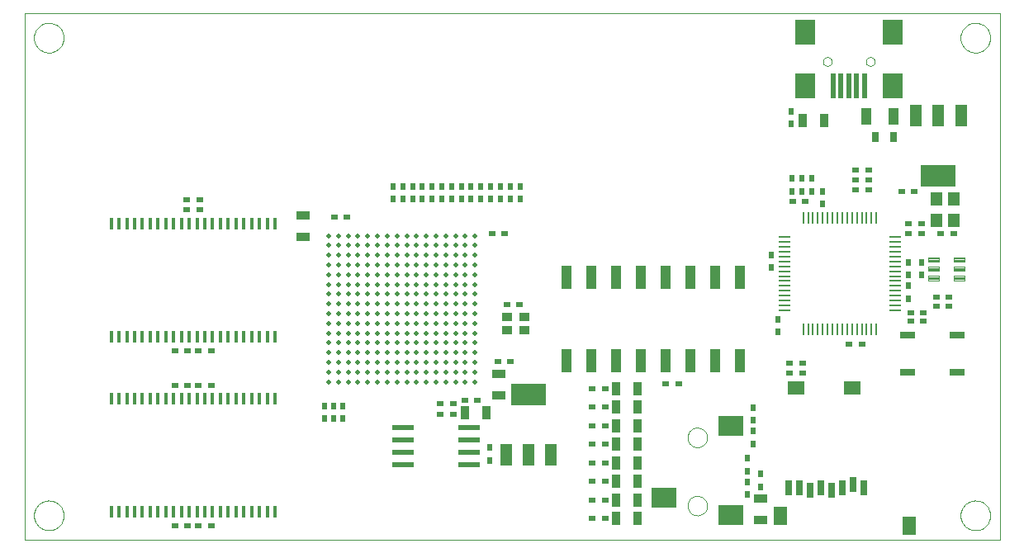
<source format=gtp>
G75*
G70*
%OFA0B0*%
%FSLAX24Y24*%
%IPPOS*%
%LPD*%
%AMOC8*
5,1,8,0,0,1.08239X$1,22.5*
%
%ADD10C,0.0000*%
%ADD11R,0.0870X0.0240*%
%ADD12R,0.0106X0.0472*%
%ADD13R,0.0472X0.0106*%
%ADD14R,0.0276X0.0236*%
%ADD15R,0.0236X0.0276*%
%ADD16R,0.0197X0.0984*%
%ADD17R,0.0787X0.0984*%
%ADD18R,0.0472X0.0551*%
%ADD19C,0.0043*%
%ADD20R,0.0709X0.0551*%
%ADD21R,0.0551X0.0748*%
%ADD22R,0.0315X0.0591*%
%ADD23R,0.0354X0.0551*%
%ADD24R,0.0433X0.0354*%
%ADD25R,0.0551X0.0354*%
%ADD26R,0.0157X0.0512*%
%ADD27C,0.0197*%
%ADD28R,0.0480X0.0880*%
%ADD29R,0.1417X0.0866*%
%ADD30R,0.0315X0.0394*%
%ADD31R,0.0600X0.0300*%
%ADD32R,0.0984X0.0787*%
%ADD33R,0.0445X0.0961*%
%ADD34R,0.0394X0.0709*%
D10*
X000150Y001988D02*
X000150Y023248D01*
X039520Y023248D01*
X039520Y001988D01*
X000150Y001988D01*
X000534Y002973D02*
X000536Y003022D01*
X000542Y003070D01*
X000552Y003118D01*
X000566Y003165D01*
X000583Y003211D01*
X000604Y003255D01*
X000629Y003297D01*
X000657Y003337D01*
X000689Y003375D01*
X000723Y003410D01*
X000760Y003442D01*
X000799Y003471D01*
X000841Y003497D01*
X000885Y003519D01*
X000930Y003537D01*
X000977Y003552D01*
X001024Y003563D01*
X001073Y003570D01*
X001122Y003573D01*
X001171Y003572D01*
X001219Y003567D01*
X001268Y003558D01*
X001315Y003545D01*
X001361Y003528D01*
X001405Y003508D01*
X001448Y003484D01*
X001489Y003457D01*
X001527Y003426D01*
X001563Y003393D01*
X001595Y003357D01*
X001625Y003318D01*
X001652Y003277D01*
X001675Y003233D01*
X001694Y003188D01*
X001710Y003142D01*
X001722Y003095D01*
X001730Y003046D01*
X001734Y002997D01*
X001734Y002949D01*
X001730Y002900D01*
X001722Y002851D01*
X001710Y002804D01*
X001694Y002758D01*
X001675Y002713D01*
X001652Y002669D01*
X001625Y002628D01*
X001595Y002589D01*
X001563Y002553D01*
X001527Y002520D01*
X001489Y002489D01*
X001448Y002462D01*
X001405Y002438D01*
X001361Y002418D01*
X001315Y002401D01*
X001268Y002388D01*
X001219Y002379D01*
X001171Y002374D01*
X001122Y002373D01*
X001073Y002376D01*
X001024Y002383D01*
X000977Y002394D01*
X000930Y002409D01*
X000885Y002427D01*
X000841Y002449D01*
X000799Y002475D01*
X000760Y002504D01*
X000723Y002536D01*
X000689Y002571D01*
X000657Y002609D01*
X000629Y002649D01*
X000604Y002691D01*
X000583Y002735D01*
X000566Y002781D01*
X000552Y002828D01*
X000542Y002876D01*
X000536Y002924D01*
X000534Y002973D01*
X026921Y003366D02*
X026923Y003405D01*
X026929Y003444D01*
X026939Y003482D01*
X026952Y003519D01*
X026969Y003554D01*
X026989Y003588D01*
X027013Y003619D01*
X027040Y003648D01*
X027069Y003674D01*
X027101Y003697D01*
X027135Y003717D01*
X027171Y003733D01*
X027208Y003745D01*
X027247Y003754D01*
X027286Y003759D01*
X027325Y003760D01*
X027364Y003757D01*
X027403Y003750D01*
X027440Y003739D01*
X027477Y003725D01*
X027512Y003707D01*
X027545Y003686D01*
X027576Y003661D01*
X027604Y003634D01*
X027629Y003604D01*
X027651Y003571D01*
X027670Y003537D01*
X027685Y003501D01*
X027697Y003463D01*
X027705Y003425D01*
X027709Y003386D01*
X027709Y003346D01*
X027705Y003307D01*
X027697Y003269D01*
X027685Y003231D01*
X027670Y003195D01*
X027651Y003161D01*
X027629Y003128D01*
X027604Y003098D01*
X027576Y003071D01*
X027545Y003046D01*
X027512Y003025D01*
X027477Y003007D01*
X027440Y002993D01*
X027403Y002982D01*
X027364Y002975D01*
X027325Y002972D01*
X027286Y002973D01*
X027247Y002978D01*
X027208Y002987D01*
X027171Y002999D01*
X027135Y003015D01*
X027101Y003035D01*
X027069Y003058D01*
X027040Y003084D01*
X027013Y003113D01*
X026989Y003144D01*
X026969Y003178D01*
X026952Y003213D01*
X026939Y003250D01*
X026929Y003288D01*
X026923Y003327D01*
X026921Y003366D01*
X026921Y006122D02*
X026923Y006161D01*
X026929Y006200D01*
X026939Y006238D01*
X026952Y006275D01*
X026969Y006310D01*
X026989Y006344D01*
X027013Y006375D01*
X027040Y006404D01*
X027069Y006430D01*
X027101Y006453D01*
X027135Y006473D01*
X027171Y006489D01*
X027208Y006501D01*
X027247Y006510D01*
X027286Y006515D01*
X027325Y006516D01*
X027364Y006513D01*
X027403Y006506D01*
X027440Y006495D01*
X027477Y006481D01*
X027512Y006463D01*
X027545Y006442D01*
X027576Y006417D01*
X027604Y006390D01*
X027629Y006360D01*
X027651Y006327D01*
X027670Y006293D01*
X027685Y006257D01*
X027697Y006219D01*
X027705Y006181D01*
X027709Y006142D01*
X027709Y006102D01*
X027705Y006063D01*
X027697Y006025D01*
X027685Y005987D01*
X027670Y005951D01*
X027651Y005917D01*
X027629Y005884D01*
X027604Y005854D01*
X027576Y005827D01*
X027545Y005802D01*
X027512Y005781D01*
X027477Y005763D01*
X027440Y005749D01*
X027403Y005738D01*
X027364Y005731D01*
X027325Y005728D01*
X027286Y005729D01*
X027247Y005734D01*
X027208Y005743D01*
X027171Y005755D01*
X027135Y005771D01*
X027101Y005791D01*
X027069Y005814D01*
X027040Y005840D01*
X027013Y005869D01*
X026989Y005900D01*
X026969Y005934D01*
X026952Y005969D01*
X026939Y006006D01*
X026929Y006044D01*
X026923Y006083D01*
X026921Y006122D01*
X037936Y002973D02*
X037938Y003022D01*
X037944Y003070D01*
X037954Y003118D01*
X037968Y003165D01*
X037985Y003211D01*
X038006Y003255D01*
X038031Y003297D01*
X038059Y003337D01*
X038091Y003375D01*
X038125Y003410D01*
X038162Y003442D01*
X038201Y003471D01*
X038243Y003497D01*
X038287Y003519D01*
X038332Y003537D01*
X038379Y003552D01*
X038426Y003563D01*
X038475Y003570D01*
X038524Y003573D01*
X038573Y003572D01*
X038621Y003567D01*
X038670Y003558D01*
X038717Y003545D01*
X038763Y003528D01*
X038807Y003508D01*
X038850Y003484D01*
X038891Y003457D01*
X038929Y003426D01*
X038965Y003393D01*
X038997Y003357D01*
X039027Y003318D01*
X039054Y003277D01*
X039077Y003233D01*
X039096Y003188D01*
X039112Y003142D01*
X039124Y003095D01*
X039132Y003046D01*
X039136Y002997D01*
X039136Y002949D01*
X039132Y002900D01*
X039124Y002851D01*
X039112Y002804D01*
X039096Y002758D01*
X039077Y002713D01*
X039054Y002669D01*
X039027Y002628D01*
X038997Y002589D01*
X038965Y002553D01*
X038929Y002520D01*
X038891Y002489D01*
X038850Y002462D01*
X038807Y002438D01*
X038763Y002418D01*
X038717Y002401D01*
X038670Y002388D01*
X038621Y002379D01*
X038573Y002374D01*
X038524Y002373D01*
X038475Y002376D01*
X038426Y002383D01*
X038379Y002394D01*
X038332Y002409D01*
X038287Y002427D01*
X038243Y002449D01*
X038201Y002475D01*
X038162Y002504D01*
X038125Y002536D01*
X038091Y002571D01*
X038059Y002609D01*
X038031Y002649D01*
X038006Y002691D01*
X037985Y002735D01*
X037968Y002781D01*
X037954Y002828D01*
X037944Y002876D01*
X037938Y002924D01*
X037936Y002973D01*
X034117Y021305D02*
X034119Y021331D01*
X034125Y021357D01*
X034135Y021382D01*
X034148Y021405D01*
X034164Y021425D01*
X034184Y021443D01*
X034206Y021458D01*
X034229Y021470D01*
X034255Y021478D01*
X034281Y021482D01*
X034307Y021482D01*
X034333Y021478D01*
X034359Y021470D01*
X034383Y021458D01*
X034404Y021443D01*
X034424Y021425D01*
X034440Y021405D01*
X034453Y021382D01*
X034463Y021357D01*
X034469Y021331D01*
X034471Y021305D01*
X034469Y021279D01*
X034463Y021253D01*
X034453Y021228D01*
X034440Y021205D01*
X034424Y021185D01*
X034404Y021167D01*
X034382Y021152D01*
X034359Y021140D01*
X034333Y021132D01*
X034307Y021128D01*
X034281Y021128D01*
X034255Y021132D01*
X034229Y021140D01*
X034205Y021152D01*
X034184Y021167D01*
X034164Y021185D01*
X034148Y021205D01*
X034135Y021228D01*
X034125Y021253D01*
X034119Y021279D01*
X034117Y021305D01*
X032384Y021305D02*
X032386Y021331D01*
X032392Y021357D01*
X032402Y021382D01*
X032415Y021405D01*
X032431Y021425D01*
X032451Y021443D01*
X032473Y021458D01*
X032496Y021470D01*
X032522Y021478D01*
X032548Y021482D01*
X032574Y021482D01*
X032600Y021478D01*
X032626Y021470D01*
X032650Y021458D01*
X032671Y021443D01*
X032691Y021425D01*
X032707Y021405D01*
X032720Y021382D01*
X032730Y021357D01*
X032736Y021331D01*
X032738Y021305D01*
X032736Y021279D01*
X032730Y021253D01*
X032720Y021228D01*
X032707Y021205D01*
X032691Y021185D01*
X032671Y021167D01*
X032649Y021152D01*
X032626Y021140D01*
X032600Y021132D01*
X032574Y021128D01*
X032548Y021128D01*
X032522Y021132D01*
X032496Y021140D01*
X032472Y021152D01*
X032451Y021167D01*
X032431Y021185D01*
X032415Y021205D01*
X032402Y021228D01*
X032392Y021253D01*
X032386Y021279D01*
X032384Y021305D01*
X037936Y022264D02*
X037938Y022313D01*
X037944Y022361D01*
X037954Y022409D01*
X037968Y022456D01*
X037985Y022502D01*
X038006Y022546D01*
X038031Y022588D01*
X038059Y022628D01*
X038091Y022666D01*
X038125Y022701D01*
X038162Y022733D01*
X038201Y022762D01*
X038243Y022788D01*
X038287Y022810D01*
X038332Y022828D01*
X038379Y022843D01*
X038426Y022854D01*
X038475Y022861D01*
X038524Y022864D01*
X038573Y022863D01*
X038621Y022858D01*
X038670Y022849D01*
X038717Y022836D01*
X038763Y022819D01*
X038807Y022799D01*
X038850Y022775D01*
X038891Y022748D01*
X038929Y022717D01*
X038965Y022684D01*
X038997Y022648D01*
X039027Y022609D01*
X039054Y022568D01*
X039077Y022524D01*
X039096Y022479D01*
X039112Y022433D01*
X039124Y022386D01*
X039132Y022337D01*
X039136Y022288D01*
X039136Y022240D01*
X039132Y022191D01*
X039124Y022142D01*
X039112Y022095D01*
X039096Y022049D01*
X039077Y022004D01*
X039054Y021960D01*
X039027Y021919D01*
X038997Y021880D01*
X038965Y021844D01*
X038929Y021811D01*
X038891Y021780D01*
X038850Y021753D01*
X038807Y021729D01*
X038763Y021709D01*
X038717Y021692D01*
X038670Y021679D01*
X038621Y021670D01*
X038573Y021665D01*
X038524Y021664D01*
X038475Y021667D01*
X038426Y021674D01*
X038379Y021685D01*
X038332Y021700D01*
X038287Y021718D01*
X038243Y021740D01*
X038201Y021766D01*
X038162Y021795D01*
X038125Y021827D01*
X038091Y021862D01*
X038059Y021900D01*
X038031Y021940D01*
X038006Y021982D01*
X037985Y022026D01*
X037968Y022072D01*
X037954Y022119D01*
X037944Y022167D01*
X037938Y022215D01*
X037936Y022264D01*
X000534Y022264D02*
X000536Y022313D01*
X000542Y022361D01*
X000552Y022409D01*
X000566Y022456D01*
X000583Y022502D01*
X000604Y022546D01*
X000629Y022588D01*
X000657Y022628D01*
X000689Y022666D01*
X000723Y022701D01*
X000760Y022733D01*
X000799Y022762D01*
X000841Y022788D01*
X000885Y022810D01*
X000930Y022828D01*
X000977Y022843D01*
X001024Y022854D01*
X001073Y022861D01*
X001122Y022864D01*
X001171Y022863D01*
X001219Y022858D01*
X001268Y022849D01*
X001315Y022836D01*
X001361Y022819D01*
X001405Y022799D01*
X001448Y022775D01*
X001489Y022748D01*
X001527Y022717D01*
X001563Y022684D01*
X001595Y022648D01*
X001625Y022609D01*
X001652Y022568D01*
X001675Y022524D01*
X001694Y022479D01*
X001710Y022433D01*
X001722Y022386D01*
X001730Y022337D01*
X001734Y022288D01*
X001734Y022240D01*
X001730Y022191D01*
X001722Y022142D01*
X001710Y022095D01*
X001694Y022049D01*
X001675Y022004D01*
X001652Y021960D01*
X001625Y021919D01*
X001595Y021880D01*
X001563Y021844D01*
X001527Y021811D01*
X001489Y021780D01*
X001448Y021753D01*
X001405Y021729D01*
X001361Y021709D01*
X001315Y021692D01*
X001268Y021679D01*
X001219Y021670D01*
X001171Y021665D01*
X001122Y021664D01*
X001073Y021667D01*
X001024Y021674D01*
X000977Y021685D01*
X000930Y021700D01*
X000885Y021718D01*
X000841Y021740D01*
X000799Y021766D01*
X000760Y021795D01*
X000723Y021827D01*
X000689Y021862D01*
X000657Y021900D01*
X000629Y021940D01*
X000604Y021982D01*
X000583Y022026D01*
X000566Y022072D01*
X000552Y022119D01*
X000542Y022167D01*
X000536Y022215D01*
X000534Y022264D01*
D11*
X015434Y006518D03*
X015434Y006018D03*
X015434Y005518D03*
X015434Y005018D03*
X018084Y005018D03*
X018084Y005518D03*
X018084Y006018D03*
X018084Y006518D03*
D12*
X031587Y010492D03*
X031784Y010492D03*
X031981Y010492D03*
X032178Y010492D03*
X032374Y010492D03*
X032571Y010492D03*
X032768Y010492D03*
X032965Y010492D03*
X033162Y010492D03*
X033359Y010492D03*
X033556Y010492D03*
X033752Y010492D03*
X033949Y010492D03*
X034146Y010492D03*
X034343Y010492D03*
X034540Y010492D03*
X034540Y014981D03*
X034343Y014981D03*
X034146Y014981D03*
X033949Y014981D03*
X033752Y014981D03*
X033556Y014981D03*
X033359Y014981D03*
X033162Y014981D03*
X032965Y014981D03*
X032768Y014981D03*
X032571Y014981D03*
X032374Y014981D03*
X032178Y014981D03*
X031981Y014981D03*
X031784Y014981D03*
X031587Y014981D03*
D13*
X030819Y014213D03*
X030819Y014016D03*
X030819Y013819D03*
X030819Y013622D03*
X030819Y013425D03*
X030819Y013229D03*
X030819Y013032D03*
X030819Y012835D03*
X030819Y012638D03*
X030819Y012441D03*
X030819Y012244D03*
X030819Y012047D03*
X030819Y011851D03*
X030819Y011654D03*
X030819Y011457D03*
X030819Y011260D03*
X035307Y011260D03*
X035307Y011457D03*
X035307Y011654D03*
X035307Y011851D03*
X035307Y012047D03*
X035307Y012244D03*
X035307Y012441D03*
X035307Y012638D03*
X035307Y012835D03*
X035307Y013032D03*
X035307Y013229D03*
X035307Y013425D03*
X035307Y013622D03*
X035307Y013819D03*
X035307Y014016D03*
X035307Y014213D03*
D14*
X035837Y014351D03*
X036353Y014351D03*
X036353Y014744D03*
X035837Y014744D03*
X037136Y014351D03*
X037652Y014351D03*
X036067Y016063D03*
X035552Y016063D03*
X034227Y016122D03*
X034227Y016516D03*
X034227Y016910D03*
X033711Y016910D03*
X033711Y016516D03*
X033711Y016122D03*
X031668Y015650D03*
X031152Y015650D03*
X036959Y011801D03*
X036959Y011408D03*
X036431Y011162D03*
X035916Y011162D03*
X035916Y010807D03*
X036431Y010807D03*
X037475Y011408D03*
X037475Y011801D03*
X033951Y009882D03*
X033436Y009882D03*
X031550Y009114D03*
X031550Y008721D03*
X031034Y008721D03*
X031034Y009114D03*
X026550Y008288D03*
X026034Y008288D03*
X023597Y008091D03*
X023081Y008091D03*
X023081Y007343D03*
X023597Y007343D03*
X023597Y006595D03*
X023081Y006595D03*
X023081Y005847D03*
X023597Y005847D03*
X023597Y005099D03*
X023081Y005099D03*
X023081Y004351D03*
X023597Y004351D03*
X023597Y003603D03*
X023081Y003603D03*
X023081Y002855D03*
X023597Y002855D03*
X017455Y007067D03*
X017455Y007500D03*
X016939Y007500D03*
X016939Y007067D03*
X017924Y007618D03*
X018439Y007618D03*
X019262Y009193D03*
X019778Y009193D03*
X019617Y011477D03*
X020132Y011477D03*
X019542Y014351D03*
X019026Y014351D03*
X013174Y015020D03*
X012658Y015020D03*
X007219Y015335D03*
X007219Y015729D03*
X006703Y015729D03*
X006703Y015335D03*
X006746Y009626D03*
X006231Y009626D03*
X007176Y009626D03*
X007691Y009626D03*
X007691Y008209D03*
X007176Y008209D03*
X006746Y008209D03*
X006231Y008209D03*
X006231Y002540D03*
X006746Y002540D03*
X007176Y002540D03*
X007691Y002540D03*
D15*
X012276Y006888D03*
X012630Y006888D03*
X012985Y006888D03*
X012985Y007404D03*
X012630Y007404D03*
X012276Y007404D03*
X018930Y005711D03*
X018930Y005195D03*
X029323Y005278D03*
X029323Y004762D03*
X029323Y004333D03*
X029323Y003817D03*
X029874Y004132D03*
X029874Y004648D03*
X029559Y005864D03*
X029559Y006380D03*
X029559Y006809D03*
X029559Y007325D03*
X030554Y010382D03*
X030554Y010898D03*
X030307Y012990D03*
X030307Y013506D03*
X032374Y015550D03*
X032374Y016065D03*
X031922Y016061D03*
X031528Y016061D03*
X031134Y016061D03*
X031134Y016577D03*
X031528Y016577D03*
X031922Y016577D03*
X031095Y018778D03*
X031095Y019293D03*
X035829Y013191D03*
X036361Y013191D03*
X036361Y012676D03*
X035829Y012676D03*
X035829Y012246D03*
X035829Y011731D03*
X020150Y015746D03*
X019756Y015746D03*
X019363Y015746D03*
X018969Y015746D03*
X018575Y015746D03*
X018181Y015746D03*
X017788Y015746D03*
X017394Y015746D03*
X017000Y015746D03*
X016607Y015746D03*
X016213Y015746D03*
X015819Y015746D03*
X015426Y015746D03*
X015032Y015746D03*
X015032Y016262D03*
X015426Y016262D03*
X015819Y016262D03*
X016213Y016262D03*
X016607Y016262D03*
X017000Y016262D03*
X017394Y016262D03*
X017788Y016262D03*
X018181Y016262D03*
X018575Y016262D03*
X018969Y016262D03*
X019363Y016262D03*
X019756Y016262D03*
X020150Y016262D03*
D16*
X032798Y020321D03*
X033113Y020321D03*
X033428Y020321D03*
X033743Y020321D03*
X034057Y020321D03*
D17*
X035199Y020321D03*
X035199Y022486D03*
X031656Y022486D03*
X031656Y020321D03*
D18*
X036961Y015768D03*
X037670Y015768D03*
X037670Y014902D03*
X036961Y014902D03*
D19*
X036638Y013394D02*
X036638Y013220D01*
X036638Y013394D02*
X037068Y013394D01*
X037068Y013220D01*
X036638Y013220D01*
X036638Y013262D02*
X037068Y013262D01*
X037068Y013304D02*
X036638Y013304D01*
X036638Y013346D02*
X037068Y013346D01*
X037068Y013388D02*
X036638Y013388D01*
X036638Y013020D02*
X036638Y012846D01*
X036638Y013020D02*
X037068Y013020D01*
X037068Y012846D01*
X036638Y012846D01*
X036638Y012888D02*
X037068Y012888D01*
X037068Y012930D02*
X036638Y012930D01*
X036638Y012972D02*
X037068Y012972D01*
X037068Y013014D02*
X036638Y013014D01*
X036638Y012646D02*
X036638Y012472D01*
X036638Y012646D02*
X037068Y012646D01*
X037068Y012472D01*
X036638Y012472D01*
X036638Y012514D02*
X037068Y012514D01*
X037068Y012556D02*
X036638Y012556D01*
X036638Y012598D02*
X037068Y012598D01*
X037068Y012640D02*
X036638Y012640D01*
X037661Y012646D02*
X037661Y012472D01*
X037661Y012646D02*
X038091Y012646D01*
X038091Y012472D01*
X037661Y012472D01*
X037661Y012514D02*
X038091Y012514D01*
X038091Y012556D02*
X037661Y012556D01*
X037661Y012598D02*
X038091Y012598D01*
X038091Y012640D02*
X037661Y012640D01*
X037661Y012846D02*
X037661Y013020D01*
X038091Y013020D01*
X038091Y012846D01*
X037661Y012846D01*
X037661Y012888D02*
X038091Y012888D01*
X038091Y012930D02*
X037661Y012930D01*
X037661Y012972D02*
X038091Y012972D01*
X038091Y013014D02*
X037661Y013014D01*
X037661Y013220D02*
X037661Y013394D01*
X038091Y013394D01*
X038091Y013220D01*
X037661Y013220D01*
X037661Y013262D02*
X038091Y013262D01*
X038091Y013304D02*
X037661Y013304D01*
X037661Y013346D02*
X038091Y013346D01*
X038091Y013388D02*
X037661Y013388D01*
D20*
X033556Y008132D03*
X031311Y008132D03*
D21*
X030681Y002955D03*
X035859Y002561D03*
D22*
X034024Y004077D03*
X033591Y004234D03*
X033158Y004077D03*
X032725Y003998D03*
X032292Y004077D03*
X031859Y003998D03*
X031426Y004077D03*
X030993Y004077D03*
D23*
X024914Y004351D03*
X024048Y004351D03*
X024048Y005099D03*
X024914Y005099D03*
X024914Y005847D03*
X024048Y005847D03*
X024048Y006595D03*
X024914Y006595D03*
X024914Y007343D03*
X024048Y007343D03*
X024048Y008091D03*
X024914Y008091D03*
X018811Y007107D03*
X017945Y007107D03*
X024048Y003603D03*
X024048Y002855D03*
X024914Y002855D03*
X024914Y003603D03*
X031567Y018918D03*
X032433Y018918D03*
D24*
X020347Y011004D03*
X020347Y010453D03*
X019638Y010453D03*
X019638Y011004D03*
D25*
X019284Y008681D03*
X019284Y007815D03*
X011410Y014233D03*
X011410Y015099D03*
X029874Y003642D03*
X029874Y002776D03*
D26*
X010268Y003130D03*
X009953Y003130D03*
X009638Y003130D03*
X009323Y003130D03*
X009008Y003130D03*
X008693Y003130D03*
X008378Y003130D03*
X008063Y003130D03*
X007748Y003130D03*
X007433Y003130D03*
X007119Y003130D03*
X006804Y003130D03*
X006489Y003130D03*
X006174Y003130D03*
X005859Y003130D03*
X005544Y003130D03*
X005229Y003130D03*
X004914Y003130D03*
X004599Y003130D03*
X004284Y003130D03*
X003969Y003130D03*
X003654Y003130D03*
X003654Y007697D03*
X003969Y007697D03*
X004284Y007697D03*
X004599Y007697D03*
X004914Y007697D03*
X005229Y007697D03*
X005544Y007697D03*
X005859Y007697D03*
X006174Y007697D03*
X006489Y007697D03*
X006804Y007697D03*
X007119Y007697D03*
X007433Y007697D03*
X007748Y007697D03*
X008063Y007697D03*
X008378Y007697D03*
X008693Y007697D03*
X009008Y007697D03*
X009323Y007697D03*
X009638Y007697D03*
X009953Y007697D03*
X010268Y007697D03*
X010268Y010177D03*
X009953Y010177D03*
X009638Y010177D03*
X009323Y010177D03*
X009008Y010177D03*
X008693Y010177D03*
X008378Y010177D03*
X008063Y010177D03*
X007748Y010177D03*
X007433Y010177D03*
X007119Y010177D03*
X006804Y010177D03*
X006489Y010177D03*
X006174Y010177D03*
X005859Y010177D03*
X005544Y010177D03*
X005229Y010177D03*
X004914Y010177D03*
X004599Y010177D03*
X004284Y010177D03*
X003969Y010177D03*
X003654Y010177D03*
X003654Y014744D03*
X003969Y014744D03*
X004284Y014744D03*
X004599Y014744D03*
X004914Y014744D03*
X005229Y014744D03*
X005544Y014744D03*
X005859Y014744D03*
X006174Y014744D03*
X006489Y014744D03*
X006804Y014744D03*
X007119Y014744D03*
X007433Y014744D03*
X007748Y014744D03*
X008063Y014744D03*
X008378Y014744D03*
X008693Y014744D03*
X009008Y014744D03*
X009323Y014744D03*
X009638Y014744D03*
X009953Y014744D03*
X010268Y014744D03*
D27*
X012433Y014272D03*
X012827Y014272D03*
X013221Y014272D03*
X013615Y014272D03*
X014008Y014272D03*
X014402Y014272D03*
X014796Y014272D03*
X015189Y014272D03*
X015583Y014272D03*
X015977Y014272D03*
X016370Y014272D03*
X016764Y014272D03*
X017158Y014272D03*
X017552Y014272D03*
X017945Y014272D03*
X018339Y014272D03*
X018339Y013878D03*
X018339Y013484D03*
X017945Y013484D03*
X017552Y013484D03*
X017158Y013484D03*
X016764Y013484D03*
X016370Y013484D03*
X015977Y013484D03*
X015583Y013484D03*
X015189Y013484D03*
X014796Y013484D03*
X014402Y013484D03*
X014008Y013484D03*
X013615Y013484D03*
X013221Y013484D03*
X012827Y013484D03*
X012433Y013484D03*
X012433Y013878D03*
X012827Y013878D03*
X013221Y013878D03*
X013615Y013878D03*
X014008Y013878D03*
X014402Y013878D03*
X014796Y013878D03*
X015189Y013878D03*
X015583Y013878D03*
X015977Y013878D03*
X016370Y013878D03*
X016764Y013878D03*
X017158Y013878D03*
X017552Y013878D03*
X017945Y013878D03*
X017945Y013091D03*
X017552Y013091D03*
X017552Y012697D03*
X017945Y012697D03*
X018339Y012697D03*
X018339Y013091D03*
X018339Y012303D03*
X018339Y011910D03*
X017945Y011910D03*
X017945Y012303D03*
X017552Y012303D03*
X017552Y011910D03*
X017158Y011910D03*
X017158Y012303D03*
X016764Y012303D03*
X016764Y011910D03*
X016370Y011910D03*
X015977Y011910D03*
X015977Y012303D03*
X016370Y012303D03*
X016370Y012697D03*
X015977Y012697D03*
X015977Y013091D03*
X016370Y013091D03*
X016764Y013091D03*
X017158Y013091D03*
X017158Y012697D03*
X016764Y012697D03*
X015583Y012697D03*
X015189Y012697D03*
X014796Y012697D03*
X014796Y013091D03*
X015189Y013091D03*
X015583Y013091D03*
X015583Y012303D03*
X015583Y011910D03*
X015189Y011910D03*
X014796Y011910D03*
X014796Y012303D03*
X015189Y012303D03*
X014402Y012303D03*
X014402Y011910D03*
X014008Y011910D03*
X014008Y012303D03*
X013615Y012303D03*
X013615Y011910D03*
X013221Y011910D03*
X013221Y012303D03*
X012827Y012303D03*
X012827Y011910D03*
X012433Y011910D03*
X012433Y012303D03*
X012433Y012697D03*
X012433Y013091D03*
X012827Y013091D03*
X013221Y013091D03*
X013615Y013091D03*
X014008Y013091D03*
X014008Y012697D03*
X013615Y012697D03*
X013221Y012697D03*
X012827Y012697D03*
X014402Y012697D03*
X014402Y013091D03*
X014402Y011516D03*
X014796Y011516D03*
X015189Y011516D03*
X015189Y011122D03*
X014796Y011122D03*
X014402Y011122D03*
X014008Y011122D03*
X013615Y011122D03*
X013615Y011516D03*
X014008Y011516D03*
X013221Y011516D03*
X013221Y011122D03*
X012827Y011122D03*
X012433Y011122D03*
X012433Y011516D03*
X012827Y011516D03*
X012827Y010729D03*
X012433Y010729D03*
X012433Y010335D03*
X012433Y009941D03*
X012827Y009941D03*
X013221Y009941D03*
X013615Y009941D03*
X014008Y009941D03*
X014008Y010335D03*
X013615Y010335D03*
X013221Y010335D03*
X012827Y010335D03*
X013221Y010729D03*
X013615Y010729D03*
X014008Y010729D03*
X014402Y010729D03*
X014796Y010729D03*
X015189Y010729D03*
X015583Y010729D03*
X015977Y010729D03*
X016370Y010729D03*
X016764Y010729D03*
X017158Y010729D03*
X017552Y010729D03*
X017945Y010729D03*
X018339Y010729D03*
X018339Y011122D03*
X017945Y011122D03*
X017552Y011122D03*
X017552Y011516D03*
X017945Y011516D03*
X018339Y011516D03*
X017158Y011516D03*
X017158Y011122D03*
X016764Y011122D03*
X016370Y011122D03*
X015977Y011122D03*
X015583Y011122D03*
X015583Y011516D03*
X015977Y011516D03*
X016370Y011516D03*
X016764Y011516D03*
X016764Y010335D03*
X016370Y010335D03*
X015977Y010335D03*
X015977Y009941D03*
X016370Y009941D03*
X016764Y009941D03*
X017158Y009941D03*
X017552Y009941D03*
X017945Y009941D03*
X017945Y010335D03*
X017552Y010335D03*
X017158Y010335D03*
X017158Y009547D03*
X017158Y009154D03*
X017552Y009154D03*
X017945Y009154D03*
X017945Y009547D03*
X017552Y009547D03*
X018339Y009547D03*
X018339Y009154D03*
X018339Y008760D03*
X018339Y008366D03*
X017945Y008366D03*
X017552Y008366D03*
X017552Y008760D03*
X017945Y008760D03*
X017158Y008760D03*
X017158Y008366D03*
X016764Y008366D03*
X016370Y008366D03*
X015977Y008366D03*
X015583Y008366D03*
X015189Y008366D03*
X014796Y008366D03*
X014402Y008366D03*
X014008Y008366D03*
X013615Y008366D03*
X013615Y008760D03*
X014008Y008760D03*
X014402Y008760D03*
X014796Y008760D03*
X015189Y008760D03*
X015583Y008760D03*
X015977Y008760D03*
X016370Y008760D03*
X016764Y008760D03*
X016764Y009154D03*
X016764Y009547D03*
X016370Y009547D03*
X016370Y009154D03*
X015977Y009154D03*
X015977Y009547D03*
X015583Y009547D03*
X015583Y009154D03*
X015189Y009154D03*
X014796Y009154D03*
X014796Y009547D03*
X015189Y009547D03*
X015189Y009941D03*
X014796Y009941D03*
X014796Y010335D03*
X015189Y010335D03*
X015583Y010335D03*
X015583Y009941D03*
X014402Y009941D03*
X014402Y010335D03*
X014402Y009547D03*
X014402Y009154D03*
X014008Y009154D03*
X013615Y009154D03*
X013615Y009547D03*
X014008Y009547D03*
X013221Y009547D03*
X013221Y009154D03*
X012827Y009154D03*
X012827Y009547D03*
X012433Y009547D03*
X012433Y009154D03*
X012433Y008760D03*
X012433Y008366D03*
X012827Y008366D03*
X013221Y008366D03*
X013221Y008760D03*
X012827Y008760D03*
X018339Y009941D03*
X018339Y010335D03*
D28*
X019594Y005414D03*
X020504Y005414D03*
X021414Y005414D03*
X036130Y019114D03*
X037040Y019114D03*
X037950Y019114D03*
D29*
X037040Y016674D03*
X020504Y007854D03*
D30*
X034510Y018248D03*
X035239Y018248D03*
D31*
X035804Y010258D03*
X037804Y010258D03*
X037804Y008758D03*
X035804Y008758D03*
D32*
X028674Y006595D03*
X025957Y003681D03*
X028674Y002973D03*
D33*
X029017Y009213D03*
X028017Y009213D03*
X027017Y009213D03*
X026017Y009213D03*
X025017Y009213D03*
X024017Y009213D03*
X023017Y009213D03*
X022017Y009213D03*
X022017Y012599D03*
X023017Y012599D03*
X024017Y012599D03*
X025017Y012599D03*
X026017Y012599D03*
X027017Y012599D03*
X028017Y012599D03*
X029017Y012599D03*
D34*
X034126Y019075D03*
X035229Y019075D03*
M02*

</source>
